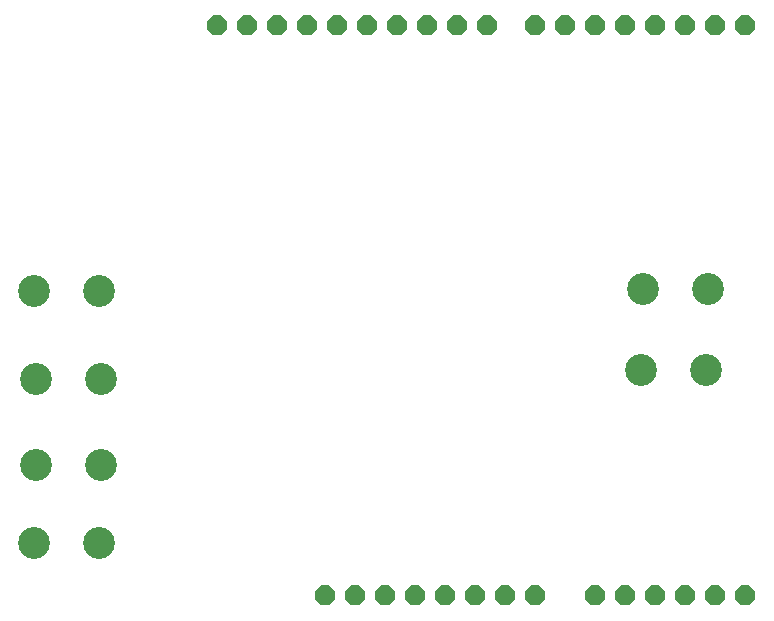
<source format=gbr>
G04 EAGLE Gerber RS-274X export*
G75*
%MOMM*%
%FSLAX34Y34*%
%LPD*%
%INTop Copper*%
%IPPOS*%
%AMOC8*
5,1,8,0,0,1.08239X$1,22.5*%
G01*
%ADD10P,1.814519X8X22.500000*%
%ADD11C,2.700000*%


D10*
X533400Y508000D03*
X508000Y25400D03*
X558800Y508000D03*
X584200Y508000D03*
X609600Y508000D03*
X635000Y508000D03*
X508000Y508000D03*
X482600Y508000D03*
X457200Y508000D03*
X416560Y508000D03*
X391160Y508000D03*
X365760Y508000D03*
X340360Y508000D03*
X314960Y508000D03*
X289560Y508000D03*
X264160Y508000D03*
X238760Y508000D03*
X533400Y25400D03*
X558800Y25400D03*
X584200Y25400D03*
X609600Y25400D03*
X635000Y25400D03*
X457200Y25400D03*
X431800Y25400D03*
X406400Y25400D03*
X381000Y25400D03*
X355600Y25400D03*
X330200Y25400D03*
X213360Y508000D03*
X187960Y508000D03*
X304800Y25400D03*
X279400Y25400D03*
D11*
X601980Y215900D03*
X546980Y215900D03*
X603250Y284480D03*
X548250Y284480D03*
X33020Y69850D03*
X88020Y69850D03*
X34290Y135890D03*
X89290Y135890D03*
X33020Y283210D03*
X88020Y283210D03*
X34290Y208280D03*
X89290Y208280D03*
M02*

</source>
